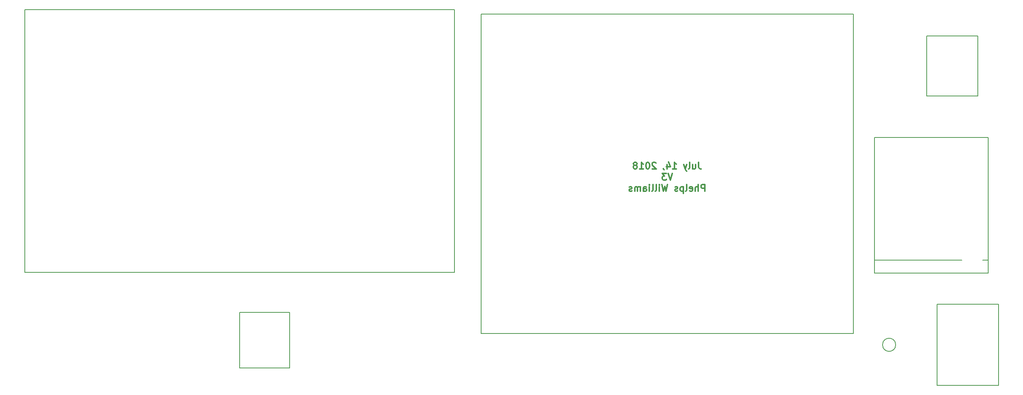
<source format=gbr>
%TF.GenerationSoftware,KiCad,Pcbnew,4.0.7-e2-6376~58~ubuntu16.04.1*%
%TF.CreationDate,2018-07-14T16:43:45-07:00*%
%TF.ProjectId,dcload,64636C6F61642E6B696361645F706362,rev?*%
%TF.FileFunction,Legend,Bot*%
%FSLAX46Y46*%
G04 Gerber Fmt 4.6, Leading zero omitted, Abs format (unit mm)*
G04 Created by KiCad (PCBNEW 4.0.7-e2-6376~58~ubuntu16.04.1) date Sat Jul 14 16:43:45 2018*
%MOMM*%
%LPD*%
G01*
G04 APERTURE LIST*
%ADD10C,0.100000*%
%ADD11C,0.300000*%
%ADD12C,0.150000*%
G04 APERTURE END LIST*
D10*
D11*
X184214284Y-53628571D02*
X184214284Y-54700000D01*
X184285712Y-54914286D01*
X184428569Y-55057143D01*
X184642855Y-55128571D01*
X184785712Y-55128571D01*
X182857141Y-54128571D02*
X182857141Y-55128571D01*
X183499998Y-54128571D02*
X183499998Y-54914286D01*
X183428570Y-55057143D01*
X183285712Y-55128571D01*
X183071427Y-55128571D01*
X182928570Y-55057143D01*
X182857141Y-54985714D01*
X181928569Y-55128571D02*
X182071427Y-55057143D01*
X182142855Y-54914286D01*
X182142855Y-53628571D01*
X181499998Y-54128571D02*
X181142855Y-55128571D01*
X180785713Y-54128571D02*
X181142855Y-55128571D01*
X181285713Y-55485714D01*
X181357141Y-55557143D01*
X181499998Y-55628571D01*
X178285713Y-55128571D02*
X179142856Y-55128571D01*
X178714284Y-55128571D02*
X178714284Y-53628571D01*
X178857141Y-53842857D01*
X178999999Y-53985714D01*
X179142856Y-54057143D01*
X176999999Y-54128571D02*
X176999999Y-55128571D01*
X177357142Y-53557143D02*
X177714285Y-54628571D01*
X176785713Y-54628571D01*
X176142857Y-55057143D02*
X176142857Y-55128571D01*
X176214285Y-55271429D01*
X176285714Y-55342857D01*
X174428571Y-53771429D02*
X174357142Y-53700000D01*
X174214285Y-53628571D01*
X173857142Y-53628571D01*
X173714285Y-53700000D01*
X173642856Y-53771429D01*
X173571428Y-53914286D01*
X173571428Y-54057143D01*
X173642856Y-54271429D01*
X174499999Y-55128571D01*
X173571428Y-55128571D01*
X172642857Y-53628571D02*
X172500000Y-53628571D01*
X172357143Y-53700000D01*
X172285714Y-53771429D01*
X172214285Y-53914286D01*
X172142857Y-54200000D01*
X172142857Y-54557143D01*
X172214285Y-54842857D01*
X172285714Y-54985714D01*
X172357143Y-55057143D01*
X172500000Y-55128571D01*
X172642857Y-55128571D01*
X172785714Y-55057143D01*
X172857143Y-54985714D01*
X172928571Y-54842857D01*
X173000000Y-54557143D01*
X173000000Y-54200000D01*
X172928571Y-53914286D01*
X172857143Y-53771429D01*
X172785714Y-53700000D01*
X172642857Y-53628571D01*
X170714286Y-55128571D02*
X171571429Y-55128571D01*
X171142857Y-55128571D02*
X171142857Y-53628571D01*
X171285714Y-53842857D01*
X171428572Y-53985714D01*
X171571429Y-54057143D01*
X169857143Y-54271429D02*
X170000001Y-54200000D01*
X170071429Y-54128571D01*
X170142858Y-53985714D01*
X170142858Y-53914286D01*
X170071429Y-53771429D01*
X170000001Y-53700000D01*
X169857143Y-53628571D01*
X169571429Y-53628571D01*
X169428572Y-53700000D01*
X169357143Y-53771429D01*
X169285715Y-53914286D01*
X169285715Y-53985714D01*
X169357143Y-54128571D01*
X169428572Y-54200000D01*
X169571429Y-54271429D01*
X169857143Y-54271429D01*
X170000001Y-54342857D01*
X170071429Y-54414286D01*
X170142858Y-54557143D01*
X170142858Y-54842857D01*
X170071429Y-54985714D01*
X170000001Y-55057143D01*
X169857143Y-55128571D01*
X169571429Y-55128571D01*
X169428572Y-55057143D01*
X169357143Y-54985714D01*
X169285715Y-54842857D01*
X169285715Y-54557143D01*
X169357143Y-54414286D01*
X169428572Y-54342857D01*
X169571429Y-54271429D01*
X178214285Y-56178571D02*
X177714285Y-57678571D01*
X177214285Y-56178571D01*
X176857142Y-56178571D02*
X175928571Y-56178571D01*
X176428571Y-56750000D01*
X176214285Y-56750000D01*
X176071428Y-56821429D01*
X175999999Y-56892857D01*
X175928571Y-57035714D01*
X175928571Y-57392857D01*
X175999999Y-57535714D01*
X176071428Y-57607143D01*
X176214285Y-57678571D01*
X176642857Y-57678571D01*
X176785714Y-57607143D01*
X176857142Y-57535714D01*
X185607143Y-60228571D02*
X185607143Y-58728571D01*
X185035715Y-58728571D01*
X184892857Y-58800000D01*
X184821429Y-58871429D01*
X184750000Y-59014286D01*
X184750000Y-59228571D01*
X184821429Y-59371429D01*
X184892857Y-59442857D01*
X185035715Y-59514286D01*
X185607143Y-59514286D01*
X184107143Y-60228571D02*
X184107143Y-58728571D01*
X183464286Y-60228571D02*
X183464286Y-59442857D01*
X183535715Y-59300000D01*
X183678572Y-59228571D01*
X183892857Y-59228571D01*
X184035715Y-59300000D01*
X184107143Y-59371429D01*
X182178572Y-60157143D02*
X182321429Y-60228571D01*
X182607143Y-60228571D01*
X182750000Y-60157143D01*
X182821429Y-60014286D01*
X182821429Y-59442857D01*
X182750000Y-59300000D01*
X182607143Y-59228571D01*
X182321429Y-59228571D01*
X182178572Y-59300000D01*
X182107143Y-59442857D01*
X182107143Y-59585714D01*
X182821429Y-59728571D01*
X181250000Y-60228571D02*
X181392858Y-60157143D01*
X181464286Y-60014286D01*
X181464286Y-58728571D01*
X180678572Y-59228571D02*
X180678572Y-60728571D01*
X180678572Y-59300000D02*
X180535715Y-59228571D01*
X180250001Y-59228571D01*
X180107144Y-59300000D01*
X180035715Y-59371429D01*
X179964286Y-59514286D01*
X179964286Y-59942857D01*
X180035715Y-60085714D01*
X180107144Y-60157143D01*
X180250001Y-60228571D01*
X180535715Y-60228571D01*
X180678572Y-60157143D01*
X179392858Y-60157143D02*
X179250001Y-60228571D01*
X178964286Y-60228571D01*
X178821429Y-60157143D01*
X178750001Y-60014286D01*
X178750001Y-59942857D01*
X178821429Y-59800000D01*
X178964286Y-59728571D01*
X179178572Y-59728571D01*
X179321429Y-59657143D01*
X179392858Y-59514286D01*
X179392858Y-59442857D01*
X179321429Y-59300000D01*
X179178572Y-59228571D01*
X178964286Y-59228571D01*
X178821429Y-59300000D01*
X177107143Y-58728571D02*
X176750000Y-60228571D01*
X176464286Y-59157143D01*
X176178572Y-60228571D01*
X175821429Y-58728571D01*
X175250000Y-60228571D02*
X175250000Y-59228571D01*
X175250000Y-58728571D02*
X175321429Y-58800000D01*
X175250000Y-58871429D01*
X175178572Y-58800000D01*
X175250000Y-58728571D01*
X175250000Y-58871429D01*
X174321428Y-60228571D02*
X174464286Y-60157143D01*
X174535714Y-60014286D01*
X174535714Y-58728571D01*
X173535714Y-60228571D02*
X173678572Y-60157143D01*
X173750000Y-60014286D01*
X173750000Y-58728571D01*
X172964286Y-60228571D02*
X172964286Y-59228571D01*
X172964286Y-58728571D02*
X173035715Y-58800000D01*
X172964286Y-58871429D01*
X172892858Y-58800000D01*
X172964286Y-58728571D01*
X172964286Y-58871429D01*
X171607143Y-60228571D02*
X171607143Y-59442857D01*
X171678572Y-59300000D01*
X171821429Y-59228571D01*
X172107143Y-59228571D01*
X172250000Y-59300000D01*
X171607143Y-60157143D02*
X171750000Y-60228571D01*
X172107143Y-60228571D01*
X172250000Y-60157143D01*
X172321429Y-60014286D01*
X172321429Y-59871429D01*
X172250000Y-59728571D01*
X172107143Y-59657143D01*
X171750000Y-59657143D01*
X171607143Y-59585714D01*
X170892857Y-60228571D02*
X170892857Y-59228571D01*
X170892857Y-59371429D02*
X170821429Y-59300000D01*
X170678571Y-59228571D01*
X170464286Y-59228571D01*
X170321429Y-59300000D01*
X170250000Y-59442857D01*
X170250000Y-60228571D01*
X170250000Y-59442857D02*
X170178571Y-59300000D01*
X170035714Y-59228571D01*
X169821429Y-59228571D01*
X169678571Y-59300000D01*
X169607143Y-59442857D01*
X169607143Y-60228571D01*
X168964286Y-60157143D02*
X168821429Y-60228571D01*
X168535714Y-60228571D01*
X168392857Y-60157143D01*
X168321429Y-60014286D01*
X168321429Y-59942857D01*
X168392857Y-59800000D01*
X168535714Y-59728571D01*
X168750000Y-59728571D01*
X168892857Y-59657143D01*
X168964286Y-59514286D01*
X168964286Y-59442857D01*
X168892857Y-59300000D01*
X168750000Y-59228571D01*
X168535714Y-59228571D01*
X168392857Y-59300000D01*
D12*
X90715000Y-100600000D02*
X79285000Y-100600000D01*
X79285000Y-100600000D02*
X79285000Y-87900000D01*
X79285000Y-87900000D02*
X90715000Y-87900000D01*
X90715000Y-87900000D02*
X90715000Y-100600000D01*
X248062500Y-38500000D02*
X236362500Y-38500000D01*
X236362500Y-38500000D02*
X236362500Y-24750000D01*
X236362500Y-24750000D02*
X248062500Y-24750000D01*
X248062500Y-24750000D02*
X248062500Y-38500000D01*
X238750000Y-86075000D02*
X252750000Y-86075000D01*
X252750000Y-86075000D02*
X252750000Y-104575000D01*
X252750000Y-104575000D02*
X238750000Y-104575000D01*
X238750000Y-104575000D02*
X238750000Y-86075000D01*
X30150000Y-18750000D02*
X128350000Y-18750000D01*
X128350000Y-18750000D02*
X128350000Y-78750000D01*
X128350000Y-78750000D02*
X30150000Y-78750000D01*
X30150000Y-78750000D02*
X30150000Y-18750000D01*
X134450000Y-92750000D02*
X134450000Y-19750000D01*
X134450000Y-19750000D02*
X219550000Y-19750000D01*
X219550000Y-19750000D02*
X219550000Y-92750000D01*
X219550000Y-92750000D02*
X134450000Y-92750000D01*
X229250000Y-95325000D02*
G75*
G03X229250000Y-95325000I-1500000J0D01*
G01*
X249150000Y-75975000D02*
X250400000Y-75975000D01*
X224400000Y-75975000D02*
X244400000Y-75975000D01*
X224400000Y-47975000D02*
X250400000Y-47975000D01*
X250400000Y-47975000D02*
X250400000Y-78975000D01*
X250400000Y-78975000D02*
X224400000Y-78975000D01*
X224400000Y-78975000D02*
X224400000Y-47975000D01*
M02*

</source>
